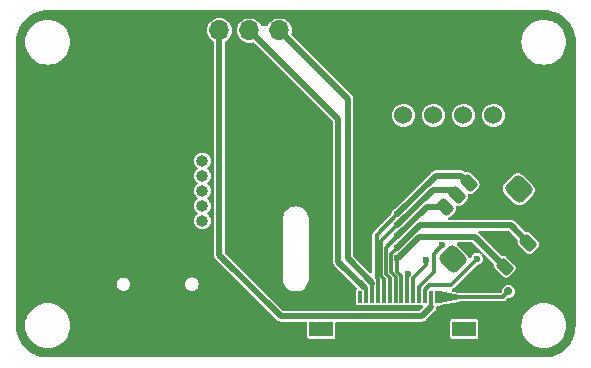
<source format=gbr>
%TF.GenerationSoftware,KiCad,Pcbnew,7.0.5*%
%TF.CreationDate,2023-07-02T21:33:01+09:00*%
%TF.ProjectId,robotrace_v2_Extended_UI,726f626f-7472-4616-9365-5f76325f4578,rev?*%
%TF.SameCoordinates,Original*%
%TF.FileFunction,Copper,L1,Top*%
%TF.FilePolarity,Positive*%
%FSLAX46Y46*%
G04 Gerber Fmt 4.6, Leading zero omitted, Abs format (unit mm)*
G04 Created by KiCad (PCBNEW 7.0.5) date 2023-07-02 21:33:01*
%MOMM*%
%LPD*%
G01*
G04 APERTURE LIST*
G04 Aperture macros list*
%AMRoundRect*
0 Rectangle with rounded corners*
0 $1 Rounding radius*
0 $2 $3 $4 $5 $6 $7 $8 $9 X,Y pos of 4 corners*
0 Add a 4 corners polygon primitive as box body*
4,1,4,$2,$3,$4,$5,$6,$7,$8,$9,$2,$3,0*
0 Add four circle primitives for the rounded corners*
1,1,$1+$1,$2,$3*
1,1,$1+$1,$4,$5*
1,1,$1+$1,$6,$7*
1,1,$1+$1,$8,$9*
0 Add four rect primitives between the rounded corners*
20,1,$1+$1,$2,$3,$4,$5,0*
20,1,$1+$1,$4,$5,$6,$7,0*
20,1,$1+$1,$6,$7,$8,$9,0*
20,1,$1+$1,$8,$9,$2,$3,0*%
G04 Aperture macros list end*
%TA.AperFunction,ComponentPad*%
%ADD10O,1.700000X1.700000*%
%TD*%
%TA.AperFunction,ComponentPad*%
%ADD11R,1.700000X1.700000*%
%TD*%
%TA.AperFunction,SMDPad,CuDef*%
%ADD12R,0.300000X1.000000*%
%TD*%
%TA.AperFunction,SMDPad,CuDef*%
%ADD13R,2.000000X1.300000*%
%TD*%
%TA.AperFunction,ComponentPad*%
%ADD14O,1.000000X2.100000*%
%TD*%
%TA.AperFunction,ComponentPad*%
%ADD15O,1.000000X1.600000*%
%TD*%
%TA.AperFunction,ComponentPad*%
%ADD16O,1.000000X1.000000*%
%TD*%
%TA.AperFunction,ComponentPad*%
%ADD17R,1.000000X1.000000*%
%TD*%
%TA.AperFunction,SMDPad,CuDef*%
%ADD18RoundRect,0.250000X-0.477297X0.123744X0.123744X-0.477297X0.477297X-0.123744X-0.123744X0.477297X0*%
%TD*%
%TA.AperFunction,SMDPad,CuDef*%
%ADD19RoundRect,0.450000X-0.707107X0.070711X0.070711X-0.707107X0.707107X-0.070711X-0.070711X0.707107X0*%
%TD*%
%TA.AperFunction,ComponentPad*%
%ADD20C,1.524000*%
%TD*%
%TA.AperFunction,ViaPad*%
%ADD21C,0.600000*%
%TD*%
%TA.AperFunction,ViaPad*%
%ADD22C,0.700000*%
%TD*%
%TA.AperFunction,Conductor*%
%ADD23C,0.300000*%
%TD*%
%TA.AperFunction,Conductor*%
%ADD24C,0.500000*%
%TD*%
G04 APERTURE END LIST*
D10*
%TO.P,J2,4,Pin_4*%
%TO.N,SDA*%
X148120000Y-93000000D03*
%TO.P,J2,3,Pin_3*%
%TO.N,SCL*%
X145580000Y-93000000D03*
%TO.P,J2,2,Pin_2*%
%TO.N,+5V*%
X143040000Y-93000000D03*
D11*
%TO.P,J2,1,Pin_1*%
%TO.N,GND*%
X140500000Y-93000000D03*
%TD*%
D12*
%TO.P,J1,1,Pin_1*%
%TO.N,GND*%
X153950000Y-115592500D03*
%TO.P,J1,2,Pin_2*%
X154450000Y-115592500D03*
%TO.P,J1,3,Pin_3*%
%TO.N,unconnected-(J1-Pin_3-Pad3)*%
X154950000Y-115592500D03*
%TO.P,J1,4,Pin_4*%
%TO.N,SCL*%
X155450000Y-115592500D03*
%TO.P,J1,5,Pin_5*%
%TO.N,SDA*%
X155950000Y-115592500D03*
%TO.P,J1,6,Pin_6*%
%TO.N,5Dir_IN1*%
X156450000Y-115592500D03*
%TO.P,J1,7,Pin_7*%
%TO.N,5Dir_IN2*%
X156950000Y-115592500D03*
%TO.P,J1,8,Pin_8*%
%TO.N,5Dir_IN3*%
X157450000Y-115592500D03*
%TO.P,J1,9,Pin_9*%
%TO.N,5Dir_IN4*%
X157950000Y-115592500D03*
%TO.P,J1,10,Pin_10*%
%TO.N,5Dir_IN5*%
X158450000Y-115592500D03*
%TO.P,J1,11,Pin_11*%
%TO.N,Rotary_IN1*%
X158950000Y-115592500D03*
%TO.P,J1,12,Pin_12*%
%TO.N,Rotary_IN2*%
X159450000Y-115592500D03*
%TO.P,J1,13,Pin_13*%
%TO.N,Rotary_IN3*%
X159950000Y-115592500D03*
%TO.P,J1,14,Pin_14*%
%TO.N,Rotary_IN4*%
X160450000Y-115592500D03*
%TO.P,J1,15,Pin_15*%
%TO.N,+5V*%
X160950000Y-115592500D03*
%TO.P,J1,16,Pin_16*%
%TO.N,+3V3*%
X161450000Y-115592500D03*
D13*
%TO.P,J1,MP*%
%TO.N,N/C*%
X151650000Y-118292500D03*
X163750000Y-118292500D03*
%TD*%
D14*
%TO.P,J3,S1,SHIELD*%
%TO.N,GND*%
X133480000Y-113995000D03*
D15*
X133480000Y-118175000D03*
D14*
X142120000Y-113995000D03*
D15*
X142120000Y-118175000D03*
%TD*%
D16*
%TO.P,J4,6,Pin_6*%
%TO.N,U5V*%
X141600000Y-104050000D03*
%TO.P,J4,5,Pin_5*%
%TO.N,SWDIO*%
X141600000Y-105320000D03*
%TO.P,J4,4,Pin_4*%
%TO.N,SWCLK*%
X141600000Y-106590000D03*
%TO.P,J4,3,Pin_3*%
%TO.N,SWO*%
X141600000Y-107860000D03*
%TO.P,J4,2,Pin_2*%
%TO.N,RESET*%
X141600000Y-109130000D03*
D17*
%TO.P,J4,1,Pin_1*%
%TO.N,GND*%
X141600000Y-110400000D03*
%TD*%
D18*
%TO.P,SW1,1,1*%
%TO.N,5Dir_IN1*%
X164137658Y-105922779D03*
%TO.P,SW1,2,2*%
%TO.N,5Dir_IN2*%
X163130030Y-106930406D03*
%TO.P,SW1,3,3*%
%TO.N,5Dir_IN3*%
X162122403Y-107938033D03*
%TO.P,SW1,4,4*%
%TO.N,5Dir_IN4*%
X169193471Y-110978592D03*
%TO.P,SW1,5,5*%
%TO.N,GND*%
X168185844Y-111986220D03*
%TO.P,SW1,6,6*%
%TO.N,5Dir_IN5*%
X167178217Y-112993847D03*
D19*
%TO.P,SW1,7*%
%TO.N,N/C*%
X168380298Y-106453109D03*
%TO.P,SW1,8*%
X162794155Y-112322095D03*
%TD*%
D20*
%TO.P,SW2,1,1*%
%TO.N,Rotary_IN4*%
X166240000Y-100192500D03*
%TO.P,SW2,2,2*%
%TO.N,Rotary_IN3*%
X163700000Y-100192500D03*
%TO.P,SW2,4,4*%
%TO.N,Rotary_IN2*%
X161160000Y-100192500D03*
%TO.P,SW2,8,8*%
%TO.N,Rotary_IN1*%
X158620000Y-100192500D03*
%TO.P,SW2,C,C*%
%TO.N,GND*%
X163700000Y-92572500D03*
%TD*%
D21*
%TO.N,Rotary_IN1*%
X159000000Y-113592500D03*
%TO.N,5Dir_IN5*%
X158100000Y-112300000D03*
%TO.N,5Dir_IN1*%
X158100000Y-108550000D03*
%TO.N,5Dir_IN2*%
X158100000Y-109500000D03*
%TO.N,Rotary_IN3*%
X161900000Y-111200000D03*
%TO.N,Rotary_IN2*%
X160500000Y-112400000D03*
D22*
%TO.N,+3V3*%
X167500000Y-115100000D03*
D21*
%TO.N,5Dir_IN3*%
X158100000Y-110450000D03*
%TO.N,5Dir_IN4*%
X158100000Y-111400000D03*
%TO.N,Rotary_IN4*%
X164846250Y-112346250D03*
%TD*%
D23*
%TO.N,Rotary_IN3*%
X159950000Y-114726814D02*
X159950000Y-115592500D01*
X161200000Y-111900000D02*
X161200000Y-113476814D01*
X161900000Y-111200000D02*
X161200000Y-111900000D01*
X161200000Y-113476814D02*
X159950000Y-114726814D01*
%TO.N,Rotary_IN4*%
X164846250Y-112346250D02*
X162600000Y-114592500D01*
X160800000Y-114592500D02*
X160450000Y-114942500D01*
X162600000Y-114592500D02*
X160800000Y-114592500D01*
X160450000Y-114942500D02*
X160450000Y-115592500D01*
%TO.N,Rotary_IN2*%
X159450000Y-113925975D02*
X159450000Y-115592500D01*
X160500000Y-112400000D02*
X160500000Y-112875975D01*
X160500000Y-112875975D02*
X159450000Y-113925975D01*
%TO.N,+3V3*%
X167007500Y-115592500D02*
X161450000Y-115592500D01*
X167500000Y-115100000D02*
X167007500Y-115592500D01*
%TO.N,Rotary_IN1*%
X159000000Y-113592500D02*
X158950000Y-113642500D01*
X158950000Y-113642500D02*
X158950000Y-115592500D01*
%TO.N,GND*%
X141900000Y-91600000D02*
X140500000Y-93000000D01*
X144300000Y-92500000D02*
X143400000Y-91600000D01*
X144300000Y-111000000D02*
X144300000Y-92500000D01*
X148892500Y-115592500D02*
X144300000Y-111000000D01*
X153950000Y-115592500D02*
X148892500Y-115592500D01*
X143400000Y-91600000D02*
X141900000Y-91600000D01*
D24*
%TO.N,SDA*%
X153900000Y-112300000D02*
X153900000Y-98780000D01*
X155950000Y-114350000D02*
X153900000Y-112300000D01*
X155950000Y-114450000D02*
X155950000Y-114350000D01*
X153900000Y-98780000D02*
X148120000Y-93000000D01*
%TO.N,SCL*%
X153100000Y-100520000D02*
X145580000Y-93000000D01*
X153100000Y-112592500D02*
X153100000Y-100520000D01*
X155353750Y-114846250D02*
X153100000Y-112592500D01*
D23*
%TO.N,SDA*%
X155950000Y-115592500D02*
X155950000Y-114450000D01*
%TO.N,SCL*%
X155450000Y-114942500D02*
X155450000Y-115592500D01*
X155353750Y-114846250D02*
X155450000Y-114942500D01*
D24*
%TO.N,GND*%
X143595635Y-91800000D02*
X143566346Y-91829289D01*
X162927500Y-91800000D02*
X143595635Y-91800000D01*
X163700000Y-92572500D02*
X162927500Y-91800000D01*
D23*
X140500000Y-109300000D02*
X140500000Y-93000000D01*
X141600000Y-110400000D02*
X140500000Y-109300000D01*
D24*
%TO.N,+5V*%
X160192500Y-117200000D02*
X160950000Y-116442500D01*
X148207500Y-117200000D02*
X160192500Y-117200000D01*
X143040000Y-93000000D02*
X143040000Y-112032500D01*
X143040000Y-112032500D02*
X148207500Y-117200000D01*
%TO.N,5Dir_IN1*%
X163514879Y-105300000D02*
X164137658Y-105922779D01*
X161350000Y-105300000D02*
X163514879Y-105300000D01*
X158100000Y-108550000D02*
X161350000Y-105300000D01*
D23*
X156450000Y-114088719D02*
X156450000Y-115592500D01*
X156346000Y-113984717D02*
X156450000Y-114088719D01*
X158100000Y-108550000D02*
X156346000Y-110304000D01*
X156346000Y-110304000D02*
X156346000Y-113984717D01*
D24*
%TO.N,5Dir_IN2*%
X162699624Y-106500000D02*
X163130030Y-106930406D01*
X161100000Y-106500000D02*
X162699624Y-106500000D01*
X158100000Y-109500000D02*
X161100000Y-106500000D01*
D23*
X156950000Y-114023033D02*
X156950000Y-115592500D01*
X156746000Y-113819032D02*
X156950000Y-114023033D01*
X156746000Y-110854000D02*
X156746000Y-113819032D01*
X158100000Y-109500000D02*
X156746000Y-110854000D01*
D24*
%TO.N,5Dir_IN3*%
X160611967Y-107938033D02*
X162122403Y-107938033D01*
X158100000Y-110450000D02*
X160611967Y-107938033D01*
D23*
X157450000Y-113957347D02*
X157450000Y-115592500D01*
X157146000Y-113653347D02*
X157450000Y-113957347D01*
X157146000Y-111404000D02*
X157146000Y-113653347D01*
X158100000Y-110450000D02*
X157146000Y-111404000D01*
D24*
%TO.N,5Dir_IN4*%
X167714879Y-109500000D02*
X169193471Y-110978592D01*
X160000000Y-109500000D02*
X167714879Y-109500000D01*
X158100000Y-111400000D02*
X160000000Y-109500000D01*
%TO.N,5Dir_IN5*%
X159924896Y-110500000D02*
X164684370Y-110500000D01*
X158124896Y-112300000D02*
X159924896Y-110500000D01*
X158100000Y-112300000D02*
X158124896Y-112300000D01*
X164684370Y-110500000D02*
X167178217Y-112993847D01*
D23*
%TO.N,5Dir_IN4*%
X157950000Y-113891661D02*
X157950000Y-115592500D01*
X157546000Y-113487661D02*
X157950000Y-113891661D01*
X157546000Y-111954000D02*
X157546000Y-113487661D01*
X158100000Y-111400000D02*
X157546000Y-111954000D01*
%TO.N,5Dir_IN5*%
X158100000Y-112300000D02*
X158100000Y-113475975D01*
X158100000Y-113475975D02*
X158450000Y-113825975D01*
X158450000Y-113825975D02*
X158450000Y-115592500D01*
%TO.N,+5V*%
X160950000Y-115592500D02*
X160950000Y-116442500D01*
D24*
%TO.N,GND*%
X168799624Y-112600000D02*
X168185844Y-111986220D01*
X169900000Y-112600000D02*
X168799624Y-112600000D01*
X171100000Y-111400000D02*
X169900000Y-112600000D01*
X171100000Y-99972500D02*
X171100000Y-111400000D01*
X163700000Y-92572500D02*
X171100000Y-99972500D01*
D23*
X168185844Y-111986220D02*
X168186220Y-111986220D01*
X153950000Y-115592500D02*
X154450000Y-115592500D01*
%TD*%
%TA.AperFunction,Conductor*%
%TO.N,GND*%
G36*
X170531407Y-91293098D02*
G01*
X170662979Y-91300486D01*
X170798965Y-91308123D01*
X170805858Y-91308899D01*
X171097633Y-91358474D01*
X171104408Y-91360021D01*
X171388798Y-91441951D01*
X171395359Y-91444248D01*
X171453962Y-91468522D01*
X171668782Y-91557504D01*
X171675032Y-91560514D01*
X171934071Y-91703679D01*
X171939933Y-91707362D01*
X172181315Y-91878632D01*
X172186737Y-91882956D01*
X172255512Y-91944417D01*
X172407414Y-92080165D01*
X172412334Y-92085085D01*
X172609540Y-92305758D01*
X172613869Y-92311187D01*
X172785134Y-92552562D01*
X172788823Y-92558433D01*
X172926802Y-92808088D01*
X172931981Y-92817459D01*
X172935000Y-92823728D01*
X173048251Y-93097140D01*
X173050550Y-93103708D01*
X173132477Y-93388086D01*
X173134025Y-93394869D01*
X173183598Y-93686629D01*
X173184377Y-93693544D01*
X173199402Y-93961097D01*
X173199500Y-93964574D01*
X173199500Y-117990758D01*
X173199402Y-117994235D01*
X173182721Y-118291270D01*
X173181942Y-118298184D01*
X173132401Y-118589757D01*
X173130853Y-118596541D01*
X173048976Y-118880742D01*
X173046677Y-118887309D01*
X172933499Y-119160548D01*
X172930480Y-119166817D01*
X172787417Y-119425670D01*
X172783715Y-119431562D01*
X172612570Y-119672768D01*
X172608232Y-119678208D01*
X172411156Y-119898736D01*
X172406236Y-119903656D01*
X172185708Y-120100732D01*
X172180268Y-120105070D01*
X171939062Y-120276215D01*
X171933170Y-120279917D01*
X171674317Y-120422980D01*
X171668048Y-120425999D01*
X171394809Y-120539177D01*
X171388242Y-120541476D01*
X171104041Y-120623353D01*
X171097257Y-120624901D01*
X170805684Y-120674442D01*
X170798770Y-120675221D01*
X170501735Y-120691902D01*
X170498258Y-120692000D01*
X128501742Y-120692000D01*
X128498265Y-120691902D01*
X128201229Y-120675221D01*
X128194315Y-120674442D01*
X127902742Y-120624901D01*
X127895958Y-120623353D01*
X127611757Y-120541476D01*
X127605190Y-120539177D01*
X127370282Y-120441876D01*
X127331947Y-120425997D01*
X127325682Y-120422980D01*
X127066829Y-120279917D01*
X127060937Y-120276215D01*
X126819731Y-120105070D01*
X126814291Y-120100732D01*
X126593763Y-119903656D01*
X126588843Y-119898736D01*
X126391767Y-119678208D01*
X126387429Y-119672768D01*
X126216284Y-119431562D01*
X126212582Y-119425670D01*
X126110100Y-119240242D01*
X126069515Y-119166809D01*
X126066505Y-119160560D01*
X125984362Y-118962248D01*
X125953322Y-118887309D01*
X125951023Y-118880742D01*
X125869146Y-118596541D01*
X125867598Y-118589757D01*
X125841636Y-118436955D01*
X125818055Y-118298170D01*
X125817279Y-118291282D01*
X125800596Y-117994219D01*
X125800548Y-117992501D01*
X126594645Y-117992501D01*
X126614039Y-118263660D01*
X126614040Y-118263667D01*
X126667522Y-118509520D01*
X126671825Y-118529301D01*
X126713953Y-118642250D01*
X126766830Y-118784019D01*
X126897109Y-119022607D01*
X126897110Y-119022608D01*
X126897113Y-119022613D01*
X127060029Y-119240242D01*
X127060033Y-119240246D01*
X127060038Y-119240252D01*
X127252247Y-119432461D01*
X127252253Y-119432466D01*
X127252258Y-119432471D01*
X127469887Y-119595387D01*
X127469891Y-119595389D01*
X127469892Y-119595390D01*
X127708481Y-119725669D01*
X127708480Y-119725669D01*
X127708484Y-119725670D01*
X127708487Y-119725672D01*
X127963199Y-119820675D01*
X128228840Y-119878461D01*
X128480604Y-119896467D01*
X128499999Y-119897855D01*
X128500000Y-119897855D01*
X128500001Y-119897855D01*
X128518100Y-119896560D01*
X128771160Y-119878461D01*
X129036801Y-119820675D01*
X129291513Y-119725672D01*
X129291517Y-119725669D01*
X129291519Y-119725669D01*
X129410812Y-119660529D01*
X129530113Y-119595387D01*
X129747742Y-119432471D01*
X129939971Y-119240242D01*
X130102887Y-119022613D01*
X130198285Y-118847904D01*
X130233169Y-118784019D01*
X130233169Y-118784017D01*
X130233172Y-118784013D01*
X130328175Y-118529301D01*
X130385961Y-118263660D01*
X130405355Y-117992500D01*
X130405230Y-117990758D01*
X130401951Y-117944902D01*
X130385961Y-117721340D01*
X130328175Y-117455699D01*
X130233172Y-117200987D01*
X130233170Y-117200984D01*
X130233169Y-117200980D01*
X130102890Y-116962392D01*
X130102889Y-116962391D01*
X130102887Y-116962387D01*
X129939971Y-116744758D01*
X129939966Y-116744753D01*
X129939961Y-116744747D01*
X129747752Y-116552538D01*
X129747746Y-116552533D01*
X129747742Y-116552529D01*
X129530113Y-116389613D01*
X129530108Y-116389610D01*
X129530107Y-116389609D01*
X129291518Y-116259330D01*
X129291519Y-116259330D01*
X129231789Y-116237052D01*
X129036801Y-116164325D01*
X129036794Y-116164323D01*
X129036793Y-116164323D01*
X128771167Y-116106540D01*
X128771160Y-116106539D01*
X128500001Y-116087145D01*
X128499999Y-116087145D01*
X128228839Y-116106539D01*
X128228832Y-116106540D01*
X127963206Y-116164323D01*
X127963202Y-116164324D01*
X127963199Y-116164325D01*
X127835842Y-116211826D01*
X127708480Y-116259330D01*
X127469892Y-116389609D01*
X127469891Y-116389610D01*
X127252259Y-116552528D01*
X127252247Y-116552538D01*
X127060038Y-116744747D01*
X127060028Y-116744759D01*
X126897110Y-116962391D01*
X126897109Y-116962392D01*
X126766830Y-117200980D01*
X126719326Y-117328343D01*
X126671825Y-117455699D01*
X126671824Y-117455702D01*
X126671823Y-117455706D01*
X126614040Y-117721332D01*
X126614039Y-117721339D01*
X126594645Y-117992498D01*
X126594645Y-117992501D01*
X125800548Y-117992501D01*
X125800500Y-117990791D01*
X125800500Y-117944905D01*
X125800500Y-114495001D01*
X134325500Y-114495001D01*
X134345415Y-114646278D01*
X134345416Y-114646280D01*
X134403806Y-114787247D01*
X134403807Y-114787249D01*
X134403808Y-114787250D01*
X134496696Y-114908304D01*
X134617750Y-115001192D01*
X134617751Y-115001192D01*
X134617752Y-115001193D01*
X134649323Y-115014270D01*
X134758720Y-115059584D01*
X134815369Y-115067041D01*
X134872019Y-115074500D01*
X134872020Y-115074500D01*
X134947981Y-115074500D01*
X134985746Y-115069528D01*
X135061280Y-115059584D01*
X135202250Y-115001192D01*
X135323304Y-114908304D01*
X135416192Y-114787250D01*
X135474584Y-114646280D01*
X135494500Y-114495001D01*
X140105500Y-114495001D01*
X140125415Y-114646278D01*
X140125416Y-114646280D01*
X140183806Y-114787247D01*
X140183807Y-114787249D01*
X140183808Y-114787250D01*
X140276696Y-114908304D01*
X140397750Y-115001192D01*
X140397751Y-115001192D01*
X140397752Y-115001193D01*
X140429323Y-115014270D01*
X140538720Y-115059584D01*
X140595369Y-115067041D01*
X140652019Y-115074500D01*
X140652020Y-115074500D01*
X140727981Y-115074500D01*
X140765746Y-115069528D01*
X140841280Y-115059584D01*
X140982250Y-115001192D01*
X141103304Y-114908304D01*
X141196192Y-114787250D01*
X141254584Y-114646280D01*
X141274500Y-114495000D01*
X141266282Y-114432580D01*
X141254584Y-114343721D01*
X141254584Y-114343720D01*
X141196192Y-114202750D01*
X141103304Y-114081696D01*
X140982250Y-113988808D01*
X140982249Y-113988807D01*
X140982247Y-113988806D01*
X140841280Y-113930416D01*
X140841278Y-113930415D01*
X140727981Y-113915500D01*
X140727980Y-113915500D01*
X140652020Y-113915500D01*
X140652019Y-113915500D01*
X140538721Y-113930415D01*
X140538719Y-113930416D01*
X140397752Y-113988806D01*
X140276696Y-114081696D01*
X140183806Y-114202752D01*
X140125416Y-114343719D01*
X140125415Y-114343721D01*
X140105500Y-114494998D01*
X140105500Y-114495001D01*
X135494500Y-114495001D01*
X135494500Y-114495000D01*
X135486282Y-114432580D01*
X135474584Y-114343721D01*
X135474584Y-114343720D01*
X135416192Y-114202750D01*
X135323304Y-114081696D01*
X135202250Y-113988808D01*
X135202249Y-113988807D01*
X135202247Y-113988806D01*
X135061280Y-113930416D01*
X135061278Y-113930415D01*
X134947981Y-113915500D01*
X134947980Y-113915500D01*
X134872020Y-113915500D01*
X134872019Y-113915500D01*
X134758721Y-113930415D01*
X134758719Y-113930416D01*
X134617752Y-113988806D01*
X134496696Y-114081696D01*
X134403806Y-114202752D01*
X134345416Y-114343719D01*
X134345415Y-114343721D01*
X134325500Y-114494998D01*
X134325500Y-114495001D01*
X125800500Y-114495001D01*
X125800500Y-109130000D01*
X140894355Y-109130000D01*
X140914859Y-109298869D01*
X140914860Y-109298874D01*
X140975182Y-109457931D01*
X141037475Y-109548177D01*
X141071817Y-109597929D01*
X141177505Y-109691560D01*
X141199150Y-109710736D01*
X141349773Y-109789789D01*
X141349775Y-109789790D01*
X141514944Y-109830500D01*
X141685056Y-109830500D01*
X141850225Y-109789790D01*
X141929692Y-109748081D01*
X142000849Y-109710736D01*
X142000850Y-109710734D01*
X142000852Y-109710734D01*
X142128183Y-109597929D01*
X142224818Y-109457930D01*
X142285140Y-109298872D01*
X142305645Y-109130000D01*
X142285140Y-108961128D01*
X142224818Y-108802070D01*
X142204237Y-108772254D01*
X142152666Y-108697541D01*
X142128183Y-108662071D01*
X142044363Y-108587813D01*
X142007238Y-108528626D01*
X142008006Y-108458761D01*
X142044363Y-108402186D01*
X142128183Y-108327929D01*
X142224818Y-108187930D01*
X142285140Y-108028872D01*
X142305645Y-107860000D01*
X142285140Y-107691128D01*
X142284964Y-107690665D01*
X142224817Y-107532068D01*
X142144040Y-107415044D01*
X142128183Y-107392071D01*
X142044363Y-107317813D01*
X142007238Y-107258626D01*
X142008006Y-107188761D01*
X142044363Y-107132186D01*
X142128183Y-107057929D01*
X142224818Y-106917930D01*
X142285140Y-106758872D01*
X142305645Y-106590000D01*
X142285140Y-106421128D01*
X142224818Y-106262070D01*
X142128183Y-106122071D01*
X142044363Y-106047813D01*
X142007238Y-105988626D01*
X142008006Y-105918761D01*
X142044363Y-105862186D01*
X142128183Y-105787929D01*
X142224818Y-105647930D01*
X142285140Y-105488872D01*
X142305645Y-105320000D01*
X142285140Y-105151128D01*
X142224818Y-104992070D01*
X142223315Y-104989893D01*
X142177538Y-104923574D01*
X142128183Y-104852071D01*
X142044363Y-104777813D01*
X142007238Y-104718626D01*
X142008006Y-104648761D01*
X142044363Y-104592186D01*
X142128183Y-104517929D01*
X142224818Y-104377930D01*
X142285140Y-104218872D01*
X142305645Y-104050000D01*
X142285140Y-103881128D01*
X142224818Y-103722070D01*
X142128183Y-103582071D01*
X142000852Y-103469266D01*
X142000849Y-103469263D01*
X141850226Y-103390210D01*
X141685056Y-103349500D01*
X141514944Y-103349500D01*
X141349773Y-103390210D01*
X141199150Y-103469263D01*
X141071816Y-103582072D01*
X140975182Y-103722068D01*
X140914860Y-103881125D01*
X140914859Y-103881130D01*
X140894355Y-104049999D01*
X140914859Y-104218869D01*
X140914860Y-104218874D01*
X140975182Y-104377931D01*
X141071818Y-104517930D01*
X141155634Y-104592185D01*
X141192761Y-104651374D01*
X141191993Y-104721240D01*
X141155634Y-104777815D01*
X141071818Y-104852069D01*
X140975182Y-104992068D01*
X140914860Y-105151125D01*
X140914859Y-105151130D01*
X140894355Y-105320000D01*
X140914859Y-105488869D01*
X140914860Y-105488874D01*
X140975182Y-105647931D01*
X141071818Y-105787930D01*
X141155634Y-105862185D01*
X141192761Y-105921374D01*
X141191993Y-105991240D01*
X141155634Y-106047815D01*
X141071818Y-106122069D01*
X140975182Y-106262068D01*
X140914860Y-106421125D01*
X140914859Y-106421130D01*
X140894355Y-106589999D01*
X140914859Y-106758869D01*
X140914860Y-106758874D01*
X140975182Y-106917931D01*
X141011251Y-106970185D01*
X141047699Y-107022989D01*
X141071818Y-107057930D01*
X141155634Y-107132185D01*
X141192761Y-107191374D01*
X141191993Y-107261240D01*
X141155634Y-107317815D01*
X141071818Y-107392069D01*
X140975182Y-107532068D01*
X140914860Y-107691125D01*
X140914859Y-107691130D01*
X140894355Y-107859999D01*
X140914859Y-108028869D01*
X140914860Y-108028874D01*
X140975182Y-108187931D01*
X141071818Y-108327930D01*
X141155634Y-108402185D01*
X141192761Y-108461374D01*
X141191993Y-108531240D01*
X141155634Y-108587815D01*
X141071818Y-108662069D01*
X140975182Y-108802068D01*
X140914860Y-108961125D01*
X140914859Y-108961130D01*
X140894355Y-109130000D01*
X125800500Y-109130000D01*
X125800500Y-93992501D01*
X126592979Y-93992501D01*
X126612373Y-94263660D01*
X126612374Y-94263667D01*
X126670157Y-94529293D01*
X126670159Y-94529301D01*
X126712287Y-94642250D01*
X126765164Y-94784019D01*
X126895443Y-95022607D01*
X126895444Y-95022608D01*
X126895447Y-95022613D01*
X127058363Y-95240242D01*
X127058367Y-95240246D01*
X127058372Y-95240252D01*
X127250581Y-95432461D01*
X127250587Y-95432466D01*
X127250592Y-95432471D01*
X127468221Y-95595387D01*
X127468225Y-95595389D01*
X127468226Y-95595390D01*
X127706815Y-95725669D01*
X127706814Y-95725669D01*
X127706818Y-95725670D01*
X127706821Y-95725672D01*
X127961533Y-95820675D01*
X128227174Y-95878461D01*
X128478939Y-95896467D01*
X128498333Y-95897855D01*
X128498334Y-95897855D01*
X128498335Y-95897855D01*
X128516434Y-95896560D01*
X128769494Y-95878461D01*
X129035135Y-95820675D01*
X129289847Y-95725672D01*
X129289851Y-95725669D01*
X129289853Y-95725669D01*
X129409147Y-95660529D01*
X129528447Y-95595387D01*
X129746076Y-95432471D01*
X129938305Y-95240242D01*
X130101221Y-95022613D01*
X130166363Y-94903312D01*
X130231503Y-94784019D01*
X130231503Y-94784017D01*
X130231506Y-94784013D01*
X130326509Y-94529301D01*
X130384295Y-94263660D01*
X130403689Y-93992500D01*
X130384295Y-93721340D01*
X130326509Y-93455699D01*
X130231506Y-93200987D01*
X130231504Y-93200984D01*
X130231503Y-93200980D01*
X130121759Y-92999999D01*
X141984417Y-92999999D01*
X142004699Y-93205932D01*
X142004700Y-93205934D01*
X142064768Y-93403954D01*
X142162315Y-93586450D01*
X142162317Y-93586452D01*
X142293589Y-93746410D01*
X142382579Y-93819441D01*
X142453546Y-93877682D01*
X142453549Y-93877684D01*
X142453551Y-93877686D01*
X142480242Y-93891952D01*
X142523953Y-93915316D01*
X142573797Y-93964277D01*
X142589500Y-94024674D01*
X142589500Y-112003717D01*
X142589110Y-112010655D01*
X142588299Y-112017857D01*
X142584729Y-112049536D01*
X142595571Y-112106835D01*
X142595959Y-112109119D01*
X142604652Y-112166791D01*
X142607162Y-112174927D01*
X142609976Y-112182970D01*
X142637229Y-112234536D01*
X142638274Y-112236605D01*
X142663574Y-112289142D01*
X142668362Y-112296165D01*
X142673431Y-112303032D01*
X142673434Y-112303038D01*
X142673438Y-112303042D01*
X142714667Y-112344271D01*
X142716276Y-112345941D01*
X142755947Y-112388696D01*
X142763210Y-112394488D01*
X142762689Y-112395141D01*
X142774930Y-112404534D01*
X147868590Y-117498193D01*
X147873226Y-117503380D01*
X147897621Y-117533970D01*
X147897623Y-117533972D01*
X147945821Y-117566833D01*
X147947712Y-117568175D01*
X147994618Y-117602793D01*
X148002154Y-117606776D01*
X148009819Y-117610467D01*
X148009827Y-117610472D01*
X148036621Y-117618736D01*
X148065589Y-117627672D01*
X148067784Y-117628394D01*
X148122801Y-117647646D01*
X148122805Y-117647646D01*
X148131198Y-117649234D01*
X148139595Y-117650500D01*
X148139598Y-117650500D01*
X148197905Y-117650500D01*
X148200192Y-117650542D01*
X148255092Y-117652597D01*
X148258509Y-117652725D01*
X148258509Y-117652724D01*
X148258510Y-117652725D01*
X148258510Y-117652724D01*
X148267742Y-117651685D01*
X148267835Y-117652513D01*
X148283139Y-117650500D01*
X150325500Y-117650500D01*
X150392539Y-117670185D01*
X150438294Y-117722989D01*
X150449500Y-117774500D01*
X150449500Y-118962252D01*
X150461131Y-119020729D01*
X150461132Y-119020730D01*
X150505447Y-119087052D01*
X150571769Y-119131367D01*
X150571770Y-119131368D01*
X150630247Y-119142999D01*
X150630250Y-119143000D01*
X150630252Y-119143000D01*
X152669750Y-119143000D01*
X152669751Y-119142999D01*
X152684568Y-119140052D01*
X152728229Y-119131368D01*
X152728229Y-119131367D01*
X152728231Y-119131367D01*
X152794552Y-119087052D01*
X152838867Y-119020731D01*
X152838867Y-119020729D01*
X152838868Y-119020729D01*
X152850499Y-118962252D01*
X162549500Y-118962252D01*
X162561131Y-119020729D01*
X162561132Y-119020730D01*
X162605447Y-119087052D01*
X162671769Y-119131367D01*
X162671770Y-119131368D01*
X162730247Y-119142999D01*
X162730250Y-119143000D01*
X162730252Y-119143000D01*
X164769750Y-119143000D01*
X164769751Y-119142999D01*
X164784568Y-119140052D01*
X164828229Y-119131368D01*
X164828229Y-119131367D01*
X164828231Y-119131367D01*
X164894552Y-119087052D01*
X164938867Y-119020731D01*
X164938867Y-119020729D01*
X164938868Y-119020729D01*
X164950499Y-118962252D01*
X164950500Y-118962250D01*
X164950500Y-117992501D01*
X168594645Y-117992501D01*
X168614039Y-118263660D01*
X168614040Y-118263667D01*
X168667522Y-118509520D01*
X168671825Y-118529301D01*
X168713953Y-118642250D01*
X168766830Y-118784019D01*
X168897109Y-119022607D01*
X168897110Y-119022608D01*
X168897113Y-119022613D01*
X169060029Y-119240242D01*
X169060033Y-119240246D01*
X169060038Y-119240252D01*
X169252247Y-119432461D01*
X169252253Y-119432466D01*
X169252258Y-119432471D01*
X169469887Y-119595387D01*
X169469891Y-119595389D01*
X169469892Y-119595390D01*
X169708481Y-119725669D01*
X169708480Y-119725669D01*
X169708484Y-119725670D01*
X169708487Y-119725672D01*
X169963199Y-119820675D01*
X170228840Y-119878461D01*
X170480604Y-119896467D01*
X170499999Y-119897855D01*
X170500000Y-119897855D01*
X170500001Y-119897855D01*
X170518100Y-119896560D01*
X170771160Y-119878461D01*
X171036801Y-119820675D01*
X171291513Y-119725672D01*
X171291517Y-119725669D01*
X171291519Y-119725669D01*
X171410813Y-119660529D01*
X171530113Y-119595387D01*
X171747742Y-119432471D01*
X171939971Y-119240242D01*
X172102887Y-119022613D01*
X172198285Y-118847904D01*
X172233169Y-118784019D01*
X172233169Y-118784017D01*
X172233172Y-118784013D01*
X172328175Y-118529301D01*
X172385961Y-118263660D01*
X172405355Y-117992500D01*
X172405230Y-117990758D01*
X172401951Y-117944902D01*
X172385961Y-117721340D01*
X172328175Y-117455699D01*
X172233172Y-117200987D01*
X172233170Y-117200984D01*
X172233169Y-117200980D01*
X172102890Y-116962392D01*
X172102889Y-116962391D01*
X172102887Y-116962387D01*
X171939971Y-116744758D01*
X171939966Y-116744753D01*
X171939961Y-116744747D01*
X171747752Y-116552538D01*
X171747746Y-116552533D01*
X171747742Y-116552529D01*
X171530113Y-116389613D01*
X171530108Y-116389610D01*
X171530107Y-116389609D01*
X171291518Y-116259330D01*
X171291519Y-116259330D01*
X171231789Y-116237052D01*
X171036801Y-116164325D01*
X171036794Y-116164323D01*
X171036793Y-116164323D01*
X170771167Y-116106540D01*
X170771160Y-116106539D01*
X170500001Y-116087145D01*
X170499999Y-116087145D01*
X170228839Y-116106539D01*
X170228832Y-116106540D01*
X169963206Y-116164323D01*
X169963202Y-116164324D01*
X169963199Y-116164325D01*
X169835843Y-116211826D01*
X169708480Y-116259330D01*
X169469892Y-116389609D01*
X169469891Y-116389610D01*
X169252259Y-116552528D01*
X169252247Y-116552538D01*
X169060038Y-116744747D01*
X169060028Y-116744759D01*
X168897110Y-116962391D01*
X168897109Y-116962392D01*
X168766830Y-117200980D01*
X168719326Y-117328343D01*
X168671825Y-117455699D01*
X168671824Y-117455702D01*
X168671823Y-117455706D01*
X168614040Y-117721332D01*
X168614039Y-117721339D01*
X168594645Y-117992498D01*
X168594645Y-117992501D01*
X164950500Y-117992501D01*
X164950500Y-117622749D01*
X164950499Y-117622747D01*
X164938868Y-117564270D01*
X164938867Y-117564269D01*
X164894552Y-117497947D01*
X164828230Y-117453632D01*
X164828229Y-117453631D01*
X164769752Y-117442000D01*
X164769748Y-117442000D01*
X162730252Y-117442000D01*
X162730247Y-117442000D01*
X162671770Y-117453631D01*
X162671769Y-117453632D01*
X162605447Y-117497947D01*
X162561132Y-117564269D01*
X162561131Y-117564270D01*
X162549500Y-117622747D01*
X162549500Y-118962252D01*
X152850499Y-118962252D01*
X152850500Y-118962250D01*
X152850500Y-117774500D01*
X152870185Y-117707461D01*
X152922989Y-117661706D01*
X152974500Y-117650500D01*
X160163717Y-117650500D01*
X160170655Y-117650889D01*
X160202550Y-117654483D01*
X160209534Y-117655270D01*
X160209534Y-117655269D01*
X160209535Y-117655270D01*
X160266882Y-117644418D01*
X160269077Y-117644045D01*
X160326787Y-117635348D01*
X160326791Y-117635345D01*
X160334947Y-117632830D01*
X160342969Y-117630024D01*
X160342970Y-117630023D01*
X160342972Y-117630023D01*
X160394623Y-117602723D01*
X160396538Y-117601756D01*
X160449142Y-117576425D01*
X160449143Y-117576423D01*
X160449145Y-117576423D01*
X160456195Y-117571616D01*
X160463037Y-117566567D01*
X160465335Y-117564269D01*
X160504321Y-117525281D01*
X160505920Y-117523741D01*
X160548694Y-117484055D01*
X160548696Y-117484050D01*
X160554487Y-117476790D01*
X160555143Y-117477313D01*
X160564532Y-117465070D01*
X161292425Y-116737178D01*
X161352793Y-116655382D01*
X161397646Y-116527199D01*
X161401757Y-116417363D01*
X161423935Y-116351106D01*
X161478413Y-116307358D01*
X161525670Y-116298000D01*
X161692485Y-116298000D01*
X161696320Y-116297801D01*
X161703047Y-116297455D01*
X161738935Y-116293746D01*
X161738938Y-116293745D01*
X161738943Y-116293745D01*
X161738957Y-116293743D01*
X161749352Y-116292125D01*
X161749375Y-116292120D01*
X161749393Y-116292118D01*
X163348983Y-115957916D01*
X163360026Y-115954960D01*
X163377614Y-115949185D01*
X163416291Y-115943000D01*
X166958289Y-115943000D01*
X166983734Y-115945638D01*
X166992815Y-115947543D01*
X167008505Y-115945587D01*
X167025439Y-115943477D01*
X167033115Y-115943000D01*
X167036535Y-115943000D01*
X167036540Y-115943000D01*
X167045803Y-115941454D01*
X167056778Y-115939623D01*
X167059311Y-115939253D01*
X167108893Y-115933073D01*
X167108899Y-115933069D01*
X167115951Y-115930970D01*
X167122877Y-115928592D01*
X167122881Y-115928592D01*
X167151766Y-115912959D01*
X167166829Y-115904808D01*
X167169090Y-115903643D01*
X167213984Y-115881698D01*
X167213987Y-115881694D01*
X167219953Y-115877435D01*
X167225754Y-115872919D01*
X167225758Y-115872918D01*
X167259601Y-115836153D01*
X167261326Y-115834354D01*
X167404123Y-115691557D01*
X167465444Y-115658074D01*
X167491871Y-115657144D01*
X167491871Y-115655250D01*
X167500000Y-115655250D01*
X167643709Y-115636330D01*
X167777625Y-115580861D01*
X167892621Y-115492621D01*
X167980861Y-115377625D01*
X168036330Y-115243709D01*
X168055250Y-115100000D01*
X168036330Y-114956291D01*
X167980861Y-114822375D01*
X167892621Y-114707379D01*
X167777625Y-114619139D01*
X167777624Y-114619138D01*
X167777622Y-114619137D01*
X167643712Y-114563671D01*
X167643710Y-114563670D01*
X167643709Y-114563670D01*
X167571854Y-114554210D01*
X167500001Y-114544750D01*
X167499999Y-114544750D01*
X167356291Y-114563670D01*
X167356287Y-114563671D01*
X167222377Y-114619137D01*
X167107379Y-114707379D01*
X167019137Y-114822377D01*
X166963671Y-114956287D01*
X166963670Y-114956291D01*
X166944750Y-115100000D01*
X166944750Y-115108128D01*
X166941420Y-115108128D01*
X166932286Y-115162394D01*
X166908448Y-115195867D01*
X166898645Y-115205672D01*
X166837325Y-115239164D01*
X166810955Y-115242000D01*
X163352019Y-115242000D01*
X163325417Y-115239113D01*
X162810290Y-115125969D01*
X162749035Y-115092361D01*
X162715673Y-115030970D01*
X162720798Y-114961289D01*
X162762781Y-114905440D01*
X162782431Y-114893455D01*
X162806484Y-114881698D01*
X162806487Y-114881694D01*
X162812453Y-114877435D01*
X162818254Y-114872919D01*
X162818258Y-114872918D01*
X162852101Y-114836153D01*
X162853826Y-114834354D01*
X164805112Y-112883069D01*
X164866436Y-112849584D01*
X164892794Y-112846750D01*
X164918212Y-112846750D01*
X164918212Y-112846749D01*
X165056303Y-112806203D01*
X165177378Y-112728393D01*
X165271627Y-112619623D01*
X165331415Y-112488707D01*
X165351897Y-112346250D01*
X165331415Y-112203793D01*
X165271627Y-112072877D01*
X165271625Y-112072875D01*
X165268389Y-112067838D01*
X165248706Y-112000799D01*
X165265782Y-111942648D01*
X165217662Y-111960596D01*
X165149389Y-111945744D01*
X165141777Y-111941227D01*
X165056305Y-111886297D01*
X165056300Y-111886295D01*
X164918213Y-111845750D01*
X164918211Y-111845750D01*
X164774289Y-111845750D01*
X164774286Y-111845750D01*
X164636199Y-111886295D01*
X164515123Y-111964106D01*
X164420873Y-112072876D01*
X164420872Y-112072878D01*
X164357401Y-112211860D01*
X164355617Y-112211045D01*
X164323983Y-112260261D01*
X164260425Y-112289280D01*
X164191267Y-112279331D01*
X164138467Y-112233572D01*
X164122684Y-112197379D01*
X164110887Y-112151435D01*
X164031711Y-112007414D01*
X164031709Y-112007411D01*
X164007690Y-111979287D01*
X163190584Y-111162181D01*
X163157099Y-111100858D01*
X163162083Y-111031166D01*
X163203955Y-110975233D01*
X163269419Y-110950816D01*
X163278265Y-110950500D01*
X164446404Y-110950500D01*
X164513443Y-110970185D01*
X164534085Y-110986819D01*
X165296497Y-111749231D01*
X165329982Y-111810554D01*
X165324998Y-111880246D01*
X165315481Y-111892958D01*
X165321197Y-111888006D01*
X165390355Y-111878063D01*
X165453911Y-111907090D01*
X165460387Y-111913120D01*
X166223601Y-112676334D01*
X166257086Y-112737657D01*
X166258535Y-112782496D01*
X166246711Y-112860948D01*
X166245331Y-112870103D01*
X166262394Y-112983303D01*
X166265572Y-113004390D01*
X166324494Y-113126745D01*
X166324495Y-113126746D01*
X166343996Y-113150283D01*
X167021781Y-113828068D01*
X167045318Y-113847569D01*
X167167673Y-113906492D01*
X167301961Y-113926733D01*
X167436248Y-113906492D01*
X167558603Y-113847569D01*
X167582140Y-113828068D01*
X168012438Y-113397770D01*
X168031939Y-113374233D01*
X168090862Y-113251878D01*
X168111103Y-113117591D01*
X168090862Y-112983303D01*
X168031939Y-112860948D01*
X168012438Y-112837411D01*
X167334653Y-112159626D01*
X167311116Y-112140125D01*
X167311115Y-112140124D01*
X167244364Y-112107979D01*
X167188761Y-112081202D01*
X167054473Y-112060961D01*
X167054472Y-112060961D01*
X166966866Y-112074165D01*
X166897641Y-112064692D01*
X166860704Y-112039231D01*
X165023278Y-110201805D01*
X165018641Y-110196617D01*
X165017997Y-110195809D01*
X164994249Y-110166030D01*
X164994247Y-110166029D01*
X164994246Y-110166027D01*
X164993566Y-110165396D01*
X164993043Y-110164519D01*
X164988455Y-110158765D01*
X164989242Y-110158136D01*
X164957813Y-110105366D01*
X164960190Y-110035537D01*
X164999943Y-109978078D01*
X165064449Y-109951233D01*
X165077910Y-109950500D01*
X167476913Y-109950500D01*
X167543952Y-109970185D01*
X167564594Y-109986819D01*
X168238855Y-110661080D01*
X168272340Y-110722403D01*
X168273789Y-110767242D01*
X168261965Y-110845693D01*
X168260585Y-110854848D01*
X168278731Y-110975233D01*
X168280826Y-110989135D01*
X168339748Y-111111490D01*
X168339749Y-111111491D01*
X168359250Y-111135028D01*
X169037035Y-111812813D01*
X169060572Y-111832314D01*
X169182927Y-111891237D01*
X169317215Y-111911478D01*
X169451502Y-111891237D01*
X169573857Y-111832314D01*
X169597394Y-111812813D01*
X170027692Y-111382515D01*
X170047193Y-111358978D01*
X170106116Y-111236623D01*
X170126357Y-111102336D01*
X170106116Y-110968048D01*
X170047193Y-110845693D01*
X170027692Y-110822156D01*
X169349907Y-110144371D01*
X169326370Y-110124870D01*
X169326369Y-110124869D01*
X169261024Y-110093401D01*
X169204015Y-110065947D01*
X169069727Y-110045706D01*
X169069726Y-110045706D01*
X168982121Y-110058910D01*
X168912896Y-110049437D01*
X168875959Y-110023976D01*
X168053787Y-109201805D01*
X168049150Y-109196617D01*
X168024756Y-109166028D01*
X168001852Y-109150412D01*
X167976548Y-109133161D01*
X167974682Y-109131836D01*
X167927765Y-109097210D01*
X167927761Y-109097207D01*
X167927756Y-109097205D01*
X167920176Y-109093198D01*
X167912554Y-109089528D01*
X167856820Y-109072337D01*
X167854631Y-109071617D01*
X167836176Y-109065160D01*
X167799574Y-109052352D01*
X167791205Y-109050768D01*
X167782783Y-109049500D01*
X167782781Y-109049500D01*
X167724457Y-109049500D01*
X167722173Y-109049457D01*
X167698281Y-109048563D01*
X167663868Y-109047275D01*
X167654635Y-109048316D01*
X167654541Y-109047486D01*
X167639243Y-109049500D01*
X162510855Y-109049500D01*
X162443816Y-109029815D01*
X162398061Y-108977011D01*
X162388117Y-108907853D01*
X162417142Y-108844297D01*
X162457052Y-108813780D01*
X162502789Y-108791755D01*
X162526326Y-108772254D01*
X162956624Y-108341956D01*
X162976125Y-108318419D01*
X163035048Y-108196064D01*
X163055289Y-108061777D01*
X163045103Y-107994201D01*
X163054575Y-107924979D01*
X163099970Y-107871865D01*
X163166873Y-107851724D01*
X163186190Y-107853105D01*
X163253774Y-107863292D01*
X163388061Y-107843051D01*
X163510416Y-107784128D01*
X163533953Y-107764627D01*
X163964251Y-107334329D01*
X163983752Y-107310792D01*
X164042675Y-107188437D01*
X164062916Y-107054150D01*
X164052730Y-106986574D01*
X164062202Y-106917352D01*
X164107597Y-106864238D01*
X164174500Y-106844097D01*
X164193820Y-106845478D01*
X164261402Y-106855665D01*
X164395689Y-106835424D01*
X164518044Y-106776501D01*
X164541581Y-106757000D01*
X164834004Y-106464577D01*
X167022691Y-106464577D01*
X167063565Y-106623768D01*
X167142741Y-106767789D01*
X167142743Y-106767792D01*
X167166762Y-106795916D01*
X168037490Y-107666644D01*
X168065614Y-107690663D01*
X168065617Y-107690665D01*
X168209638Y-107769841D01*
X168209640Y-107769841D01*
X168209641Y-107769842D01*
X168368832Y-107810716D01*
X168368835Y-107810716D01*
X168533183Y-107810716D01*
X168533186Y-107810716D01*
X168692377Y-107769842D01*
X168764389Y-107730253D01*
X168836399Y-107690666D01*
X168836400Y-107690665D01*
X168836402Y-107690664D01*
X168852213Y-107677159D01*
X168864526Y-107666644D01*
X169593833Y-106937337D01*
X169610408Y-106917930D01*
X169617853Y-106909213D01*
X169697031Y-106765188D01*
X169737905Y-106605997D01*
X169737905Y-106441643D01*
X169697031Y-106282452D01*
X169697030Y-106282451D01*
X169697030Y-106282449D01*
X169619287Y-106141034D01*
X169617853Y-106138426D01*
X169615414Y-106135570D01*
X169593833Y-106110301D01*
X168723105Y-105239573D01*
X168694981Y-105215554D01*
X168694978Y-105215552D01*
X168550957Y-105136376D01*
X168391766Y-105095502D01*
X168391764Y-105095502D01*
X168227410Y-105095502D01*
X168227407Y-105095502D01*
X168068223Y-105136374D01*
X168068215Y-105136377D01*
X167924196Y-105215551D01*
X167896069Y-105239573D01*
X167166762Y-105968880D01*
X167142740Y-105997007D01*
X167063566Y-106141026D01*
X167063563Y-106141034D01*
X167022691Y-106300218D01*
X167022691Y-106464577D01*
X164834004Y-106464577D01*
X164971879Y-106326702D01*
X164991380Y-106303165D01*
X165050303Y-106180810D01*
X165070544Y-106046523D01*
X165050303Y-105912235D01*
X164991380Y-105789880D01*
X164971879Y-105766343D01*
X164294094Y-105088558D01*
X164270557Y-105069057D01*
X164270556Y-105069056D01*
X164175348Y-105023207D01*
X164148202Y-105010134D01*
X164013914Y-104989893D01*
X163932364Y-105002185D01*
X163863139Y-104992712D01*
X163829535Y-104970463D01*
X163824756Y-104966028D01*
X163801852Y-104950412D01*
X163776548Y-104933161D01*
X163774682Y-104931836D01*
X163727765Y-104897210D01*
X163727761Y-104897207D01*
X163727756Y-104897205D01*
X163720176Y-104893198D01*
X163712554Y-104889528D01*
X163656820Y-104872337D01*
X163654631Y-104871617D01*
X163634721Y-104864651D01*
X163599574Y-104852352D01*
X163591205Y-104850768D01*
X163582783Y-104849500D01*
X163582781Y-104849500D01*
X163524457Y-104849500D01*
X163522173Y-104849457D01*
X163498281Y-104848563D01*
X163463868Y-104847275D01*
X163454635Y-104848316D01*
X163454541Y-104847486D01*
X163439243Y-104849500D01*
X161378783Y-104849500D01*
X161371844Y-104849110D01*
X161355553Y-104847275D01*
X161332963Y-104844729D01*
X161275672Y-104855570D01*
X161273387Y-104855958D01*
X161215715Y-104864651D01*
X161207558Y-104867167D01*
X161199529Y-104869976D01*
X161199528Y-104869977D01*
X161199526Y-104869977D01*
X161199523Y-104869979D01*
X161147940Y-104897240D01*
X161145873Y-104898284D01*
X161093358Y-104923574D01*
X161086310Y-104928379D01*
X161079458Y-104933436D01*
X161038227Y-104974667D01*
X161036558Y-104976275D01*
X160993808Y-105015942D01*
X160988015Y-105023207D01*
X160987363Y-105022687D01*
X160977969Y-105034925D01*
X157958905Y-108053990D01*
X157906163Y-108085285D01*
X157889949Y-108090046D01*
X157889945Y-108090048D01*
X157768873Y-108167856D01*
X157674623Y-108276626D01*
X157674622Y-108276628D01*
X157614834Y-108407543D01*
X157598552Y-108520789D01*
X157569526Y-108584344D01*
X157563495Y-108590822D01*
X156132955Y-110021361D01*
X156113106Y-110037482D01*
X156105331Y-110042562D01*
X156085143Y-110068498D01*
X156080067Y-110074248D01*
X156077634Y-110076681D01*
X156077624Y-110076694D01*
X156065695Y-110093401D01*
X156064164Y-110095453D01*
X156033483Y-110134872D01*
X156029975Y-110141353D01*
X156026761Y-110147931D01*
X156012506Y-110195809D01*
X156011725Y-110198246D01*
X155995499Y-110245512D01*
X155994294Y-110252733D01*
X155993382Y-110260046D01*
X155995447Y-110309948D01*
X155995500Y-110312510D01*
X155995500Y-113459034D01*
X155975815Y-113526073D01*
X155923011Y-113571828D01*
X155853853Y-113581772D01*
X155790297Y-113552747D01*
X155783819Y-113546715D01*
X154386819Y-112149715D01*
X154353334Y-112088392D01*
X154350500Y-112062034D01*
X154350500Y-100192499D01*
X157652843Y-100192499D01*
X157671426Y-100381181D01*
X157671427Y-100381183D01*
X157726463Y-100562615D01*
X157726464Y-100562618D01*
X157726465Y-100562619D01*
X157726466Y-100562622D01*
X157815834Y-100729818D01*
X157815838Y-100729825D01*
X157936116Y-100876383D01*
X158082674Y-100996661D01*
X158082681Y-100996665D01*
X158249877Y-101086033D01*
X158249878Y-101086033D01*
X158249885Y-101086037D01*
X158431317Y-101141073D01*
X158431316Y-101141073D01*
X158448233Y-101142739D01*
X158620000Y-101159657D01*
X158808683Y-101141073D01*
X158990115Y-101086037D01*
X159157324Y-100996662D01*
X159303883Y-100876383D01*
X159424162Y-100729824D01*
X159513537Y-100562615D01*
X159568573Y-100381183D01*
X159587157Y-100192500D01*
X159587157Y-100192499D01*
X160192843Y-100192499D01*
X160211426Y-100381181D01*
X160211427Y-100381183D01*
X160266463Y-100562615D01*
X160266464Y-100562618D01*
X160266465Y-100562619D01*
X160266466Y-100562622D01*
X160355834Y-100729818D01*
X160355838Y-100729825D01*
X160476116Y-100876383D01*
X160622674Y-100996661D01*
X160622681Y-100996665D01*
X160789877Y-101086033D01*
X160789878Y-101086033D01*
X160789885Y-101086037D01*
X160971317Y-101141073D01*
X160971316Y-101141073D01*
X160988233Y-101142739D01*
X161160000Y-101159657D01*
X161348683Y-101141073D01*
X161530115Y-101086037D01*
X161697324Y-100996662D01*
X161843883Y-100876383D01*
X161964162Y-100729824D01*
X162053537Y-100562615D01*
X162108573Y-100381183D01*
X162127157Y-100192500D01*
X162127157Y-100192499D01*
X162732843Y-100192499D01*
X162751426Y-100381181D01*
X162751427Y-100381183D01*
X162806463Y-100562615D01*
X162806464Y-100562618D01*
X162806465Y-100562619D01*
X162806466Y-100562622D01*
X162895834Y-100729818D01*
X162895838Y-100729825D01*
X163016116Y-100876383D01*
X163162674Y-100996661D01*
X163162681Y-100996665D01*
X163329877Y-101086033D01*
X163329878Y-101086033D01*
X163329885Y-101086037D01*
X163511317Y-101141073D01*
X163511316Y-101141073D01*
X163528233Y-101142739D01*
X163700000Y-101159657D01*
X163888683Y-101141073D01*
X164070115Y-101086037D01*
X164237324Y-100996662D01*
X164383883Y-100876383D01*
X164504162Y-100729824D01*
X164593537Y-100562615D01*
X164648573Y-100381183D01*
X164667157Y-100192500D01*
X164667157Y-100192499D01*
X165272843Y-100192499D01*
X165291426Y-100381181D01*
X165291427Y-100381183D01*
X165346463Y-100562615D01*
X165346464Y-100562618D01*
X165346465Y-100562619D01*
X165346466Y-100562622D01*
X165435834Y-100729818D01*
X165435838Y-100729825D01*
X165556116Y-100876383D01*
X165702674Y-100996661D01*
X165702681Y-100996665D01*
X165869877Y-101086033D01*
X165869878Y-101086033D01*
X165869885Y-101086037D01*
X166051317Y-101141073D01*
X166051316Y-101141073D01*
X166068233Y-101142739D01*
X166240000Y-101159657D01*
X166428683Y-101141073D01*
X166610115Y-101086037D01*
X166777324Y-100996662D01*
X166923883Y-100876383D01*
X167044162Y-100729824D01*
X167133537Y-100562615D01*
X167188573Y-100381183D01*
X167207157Y-100192500D01*
X167188573Y-100003817D01*
X167133537Y-99822385D01*
X167044162Y-99655176D01*
X167044161Y-99655174D01*
X166923883Y-99508616D01*
X166777325Y-99388338D01*
X166777318Y-99388334D01*
X166610122Y-99298966D01*
X166610119Y-99298965D01*
X166610118Y-99298964D01*
X166610115Y-99298963D01*
X166428683Y-99243927D01*
X166428681Y-99243926D01*
X166428683Y-99243926D01*
X166240000Y-99225343D01*
X166051318Y-99243926D01*
X165944194Y-99276421D01*
X165869885Y-99298963D01*
X165869882Y-99298964D01*
X165869880Y-99298965D01*
X165869877Y-99298966D01*
X165702681Y-99388334D01*
X165702674Y-99388338D01*
X165556116Y-99508616D01*
X165435838Y-99655174D01*
X165435834Y-99655181D01*
X165346466Y-99822377D01*
X165346465Y-99822380D01*
X165291426Y-100003818D01*
X165272843Y-100192499D01*
X164667157Y-100192499D01*
X164648573Y-100003817D01*
X164593537Y-99822385D01*
X164504162Y-99655176D01*
X164504161Y-99655174D01*
X164383883Y-99508616D01*
X164237325Y-99388338D01*
X164237318Y-99388334D01*
X164070122Y-99298966D01*
X164070119Y-99298965D01*
X164070118Y-99298964D01*
X164070115Y-99298963D01*
X163888683Y-99243927D01*
X163888681Y-99243926D01*
X163888683Y-99243926D01*
X163716916Y-99227009D01*
X163700000Y-99225343D01*
X163699999Y-99225343D01*
X163511318Y-99243926D01*
X163404194Y-99276421D01*
X163329885Y-99298963D01*
X163329882Y-99298964D01*
X163329880Y-99298965D01*
X163329877Y-99298966D01*
X163162681Y-99388334D01*
X163162674Y-99388338D01*
X163016116Y-99508616D01*
X162895838Y-99655174D01*
X162895834Y-99655181D01*
X162806466Y-99822377D01*
X162806465Y-99822380D01*
X162751426Y-100003818D01*
X162732843Y-100192499D01*
X162127157Y-100192499D01*
X162108573Y-100003817D01*
X162053537Y-99822385D01*
X161964162Y-99655176D01*
X161964161Y-99655174D01*
X161843883Y-99508616D01*
X161697325Y-99388338D01*
X161697318Y-99388334D01*
X161530122Y-99298966D01*
X161530119Y-99298965D01*
X161530118Y-99298964D01*
X161530115Y-99298963D01*
X161348683Y-99243927D01*
X161348681Y-99243926D01*
X161348683Y-99243926D01*
X161160000Y-99225343D01*
X160971318Y-99243926D01*
X160864194Y-99276421D01*
X160789885Y-99298963D01*
X160789882Y-99298964D01*
X160789880Y-99298965D01*
X160789877Y-99298966D01*
X160622681Y-99388334D01*
X160622674Y-99388338D01*
X160476116Y-99508616D01*
X160355838Y-99655174D01*
X160355834Y-99655181D01*
X160266466Y-99822377D01*
X160266465Y-99822380D01*
X160211426Y-100003818D01*
X160192843Y-100192499D01*
X159587157Y-100192499D01*
X159568573Y-100003817D01*
X159513537Y-99822385D01*
X159424162Y-99655176D01*
X159424161Y-99655174D01*
X159303883Y-99508616D01*
X159157325Y-99388338D01*
X159157318Y-99388334D01*
X158990122Y-99298966D01*
X158990119Y-99298965D01*
X158990118Y-99298964D01*
X158990115Y-99298963D01*
X158808683Y-99243927D01*
X158808681Y-99243926D01*
X158808683Y-99243926D01*
X158636916Y-99227009D01*
X158620000Y-99225343D01*
X158619999Y-99225343D01*
X158431318Y-99243926D01*
X158324194Y-99276421D01*
X158249885Y-99298963D01*
X158249882Y-99298964D01*
X158249880Y-99298965D01*
X158249877Y-99298966D01*
X158082681Y-99388334D01*
X158082674Y-99388338D01*
X157936116Y-99508616D01*
X157815838Y-99655174D01*
X157815834Y-99655181D01*
X157726466Y-99822377D01*
X157726465Y-99822380D01*
X157671426Y-100003818D01*
X157652843Y-100192499D01*
X154350500Y-100192499D01*
X154350500Y-98808782D01*
X154350889Y-98801843D01*
X154355270Y-98762965D01*
X154344416Y-98705607D01*
X154344037Y-98703367D01*
X154335348Y-98645715D01*
X154335348Y-98645713D01*
X154335346Y-98645709D01*
X154332836Y-98637571D01*
X154330023Y-98629532D01*
X154330023Y-98629528D01*
X154302760Y-98577948D01*
X154301727Y-98575900D01*
X154276425Y-98523358D01*
X154276423Y-98523356D01*
X154276423Y-98523355D01*
X154271642Y-98516342D01*
X154266566Y-98509465D01*
X154266565Y-98509462D01*
X154225345Y-98468242D01*
X154223752Y-98466590D01*
X154209597Y-98451334D01*
X154184059Y-98423809D01*
X154176792Y-98418014D01*
X154177312Y-98417361D01*
X154165067Y-98407964D01*
X149749604Y-93992501D01*
X168592979Y-93992501D01*
X168612373Y-94263660D01*
X168612374Y-94263667D01*
X168670157Y-94529293D01*
X168670159Y-94529301D01*
X168712287Y-94642250D01*
X168765164Y-94784019D01*
X168895443Y-95022607D01*
X168895444Y-95022608D01*
X168895447Y-95022613D01*
X169058363Y-95240242D01*
X169058367Y-95240246D01*
X169058372Y-95240252D01*
X169250581Y-95432461D01*
X169250587Y-95432466D01*
X169250592Y-95432471D01*
X169468221Y-95595387D01*
X169468225Y-95595389D01*
X169468226Y-95595390D01*
X169706815Y-95725669D01*
X169706814Y-95725669D01*
X169706818Y-95725670D01*
X169706821Y-95725672D01*
X169961533Y-95820675D01*
X170227174Y-95878461D01*
X170478939Y-95896467D01*
X170498333Y-95897855D01*
X170498334Y-95897855D01*
X170498335Y-95897855D01*
X170516434Y-95896560D01*
X170769494Y-95878461D01*
X171035135Y-95820675D01*
X171289847Y-95725672D01*
X171289851Y-95725669D01*
X171289853Y-95725669D01*
X171409146Y-95660529D01*
X171528447Y-95595387D01*
X171746076Y-95432471D01*
X171938305Y-95240242D01*
X172101221Y-95022613D01*
X172166363Y-94903312D01*
X172231503Y-94784019D01*
X172231503Y-94784017D01*
X172231506Y-94784013D01*
X172326509Y-94529301D01*
X172384295Y-94263660D01*
X172403689Y-93992500D01*
X172384295Y-93721340D01*
X172326509Y-93455699D01*
X172231506Y-93200987D01*
X172231504Y-93200984D01*
X172231503Y-93200980D01*
X172101224Y-92962392D01*
X172101223Y-92962391D01*
X172101221Y-92962387D01*
X171938305Y-92744758D01*
X171938300Y-92744753D01*
X171938295Y-92744747D01*
X171746086Y-92552538D01*
X171746080Y-92552533D01*
X171746076Y-92552529D01*
X171528447Y-92389613D01*
X171528442Y-92389610D01*
X171528441Y-92389609D01*
X171289852Y-92259330D01*
X171289853Y-92259330D01*
X171240254Y-92240830D01*
X171035135Y-92164325D01*
X171035128Y-92164323D01*
X171035127Y-92164323D01*
X170769501Y-92106540D01*
X170769494Y-92106539D01*
X170498335Y-92087145D01*
X170498333Y-92087145D01*
X170227173Y-92106539D01*
X170227166Y-92106540D01*
X169961540Y-92164323D01*
X169961536Y-92164324D01*
X169961533Y-92164325D01*
X169834177Y-92211826D01*
X169706814Y-92259330D01*
X169468226Y-92389609D01*
X169468225Y-92389610D01*
X169250593Y-92552528D01*
X169250581Y-92552538D01*
X169058372Y-92744747D01*
X169058362Y-92744759D01*
X168895444Y-92962391D01*
X168895443Y-92962392D01*
X168765164Y-93200980D01*
X168734824Y-93282326D01*
X168670159Y-93455699D01*
X168670158Y-93455702D01*
X168670157Y-93455706D01*
X168612374Y-93721332D01*
X168612373Y-93721339D01*
X168592979Y-93992498D01*
X168592979Y-93992501D01*
X149749604Y-93992501D01*
X149163106Y-93406003D01*
X149129621Y-93344680D01*
X149132125Y-93282329D01*
X149155300Y-93205934D01*
X149175583Y-93000000D01*
X149155300Y-92794066D01*
X149095232Y-92596046D01*
X148997685Y-92413550D01*
X148914541Y-92312238D01*
X148866410Y-92253589D01*
X148706452Y-92122317D01*
X148706453Y-92122317D01*
X148706450Y-92122315D01*
X148523954Y-92024768D01*
X148325934Y-91964700D01*
X148325932Y-91964699D01*
X148325934Y-91964699D01*
X148120000Y-91944417D01*
X147914067Y-91964699D01*
X147716043Y-92024769D01*
X147612406Y-92080165D01*
X147533550Y-92122315D01*
X147533548Y-92122316D01*
X147533547Y-92122317D01*
X147373589Y-92253589D01*
X147261959Y-92389613D01*
X147242315Y-92413550D01*
X147177690Y-92534454D01*
X147128727Y-92584298D01*
X147068332Y-92600000D01*
X146631668Y-92600000D01*
X146564629Y-92580315D01*
X146522310Y-92534454D01*
X146457685Y-92413550D01*
X146374541Y-92312238D01*
X146326410Y-92253589D01*
X146166452Y-92122317D01*
X146166453Y-92122317D01*
X146166450Y-92122315D01*
X145983954Y-92024768D01*
X145785934Y-91964700D01*
X145785932Y-91964699D01*
X145785934Y-91964699D01*
X145598463Y-91946235D01*
X145580000Y-91944417D01*
X145579999Y-91944417D01*
X145374067Y-91964699D01*
X145176043Y-92024769D01*
X145072406Y-92080165D01*
X144993550Y-92122315D01*
X144993548Y-92122316D01*
X144993547Y-92122317D01*
X144833589Y-92253589D01*
X144702317Y-92413547D01*
X144604769Y-92596043D01*
X144544699Y-92794067D01*
X144524417Y-93000000D01*
X144544699Y-93205932D01*
X144544700Y-93205934D01*
X144604768Y-93403954D01*
X144702315Y-93586450D01*
X144702317Y-93586452D01*
X144833589Y-93746410D01*
X144922579Y-93819441D01*
X144993550Y-93877685D01*
X145176046Y-93975232D01*
X145374066Y-94035300D01*
X145374065Y-94035300D01*
X145392529Y-94037118D01*
X145580000Y-94055583D01*
X145785934Y-94035300D01*
X145862324Y-94012127D01*
X145932192Y-94011503D01*
X145986002Y-94043106D01*
X152613181Y-100670284D01*
X152646666Y-100731607D01*
X152649500Y-100757965D01*
X152649500Y-112563717D01*
X152649110Y-112570655D01*
X152647502Y-112584930D01*
X152644729Y-112609536D01*
X152655571Y-112666835D01*
X152655959Y-112669119D01*
X152664652Y-112726791D01*
X152667162Y-112734927D01*
X152669976Y-112742970D01*
X152697229Y-112794536D01*
X152698274Y-112796605D01*
X152723574Y-112849142D01*
X152728362Y-112856165D01*
X152733431Y-112863032D01*
X152733434Y-112863038D01*
X152733438Y-112863042D01*
X152774666Y-112904270D01*
X152776275Y-112905940D01*
X152815947Y-112948696D01*
X152823210Y-112954488D01*
X152822689Y-112955141D01*
X152834930Y-112964534D01*
X154649214Y-114778818D01*
X154682699Y-114840141D01*
X154677715Y-114909833D01*
X154660495Y-114936632D01*
X154662233Y-114937793D01*
X154611132Y-115014269D01*
X154611131Y-115014270D01*
X154599500Y-115072747D01*
X154599500Y-116112252D01*
X154611131Y-116170729D01*
X154611132Y-116170730D01*
X154655447Y-116237052D01*
X154721769Y-116281367D01*
X154721770Y-116281368D01*
X154780247Y-116292999D01*
X154780250Y-116293000D01*
X154780252Y-116293000D01*
X155119750Y-116293000D01*
X155175808Y-116281849D01*
X155224192Y-116281849D01*
X155280249Y-116293000D01*
X155280252Y-116293000D01*
X155619750Y-116293000D01*
X155675808Y-116281849D01*
X155724192Y-116281849D01*
X155780249Y-116293000D01*
X155780252Y-116293000D01*
X156119750Y-116293000D01*
X156175808Y-116281849D01*
X156224192Y-116281849D01*
X156280249Y-116293000D01*
X156280252Y-116293000D01*
X156619750Y-116293000D01*
X156675808Y-116281849D01*
X156724192Y-116281849D01*
X156780249Y-116293000D01*
X156780252Y-116293000D01*
X157119750Y-116293000D01*
X157175808Y-116281849D01*
X157224192Y-116281849D01*
X157280249Y-116293000D01*
X157280252Y-116293000D01*
X157619750Y-116293000D01*
X157675808Y-116281849D01*
X157724192Y-116281849D01*
X157780249Y-116293000D01*
X157780252Y-116293000D01*
X158119750Y-116293000D01*
X158175808Y-116281849D01*
X158224192Y-116281849D01*
X158280249Y-116293000D01*
X158280252Y-116293000D01*
X158619750Y-116293000D01*
X158675808Y-116281849D01*
X158724192Y-116281849D01*
X158780249Y-116293000D01*
X158780252Y-116293000D01*
X159119750Y-116293000D01*
X159175808Y-116281849D01*
X159224192Y-116281849D01*
X159280249Y-116293000D01*
X159280252Y-116293000D01*
X159619750Y-116293000D01*
X159675808Y-116281849D01*
X159724192Y-116281849D01*
X159780249Y-116293000D01*
X159780252Y-116293000D01*
X160119748Y-116293000D01*
X160146557Y-116287667D01*
X160216148Y-116293893D01*
X160271326Y-116336755D01*
X160294572Y-116402645D01*
X160278505Y-116470642D01*
X160258431Y-116496965D01*
X160042216Y-116713181D01*
X159980893Y-116746666D01*
X159954535Y-116749500D01*
X148445465Y-116749500D01*
X148378426Y-116729815D01*
X148357784Y-116713181D01*
X145746580Y-114101976D01*
X148399500Y-114101976D01*
X148436976Y-114302456D01*
X148436977Y-114302458D01*
X148510651Y-114492635D01*
X148510655Y-114492642D01*
X148618017Y-114666039D01*
X148618019Y-114666041D01*
X148755418Y-114816762D01*
X148786377Y-114840141D01*
X148918179Y-114939673D01*
X149011764Y-114986272D01*
X149100739Y-115030577D01*
X149100743Y-115030578D01*
X149100750Y-115030582D01*
X149296917Y-115086397D01*
X149499999Y-115105215D01*
X149500000Y-115105215D01*
X149500001Y-115105215D01*
X149601541Y-115095806D01*
X149703083Y-115086397D01*
X149899250Y-115030582D01*
X150081821Y-114939673D01*
X150244579Y-114816764D01*
X150381981Y-114666041D01*
X150489348Y-114492637D01*
X150563024Y-114302456D01*
X150600500Y-114101976D01*
X150600500Y-114000000D01*
X150600500Y-113952405D01*
X150600500Y-113952404D01*
X150600500Y-108972156D01*
X150600500Y-108972155D01*
X150600500Y-108898024D01*
X150563024Y-108697544D01*
X150489348Y-108507363D01*
X150424224Y-108402184D01*
X150381982Y-108333960D01*
X150381980Y-108333958D01*
X150244581Y-108183237D01*
X150081821Y-108060327D01*
X149899260Y-107969422D01*
X149899247Y-107969417D01*
X149703081Y-107913602D01*
X149703082Y-107913602D01*
X149500001Y-107894785D01*
X149499999Y-107894785D01*
X149296917Y-107913602D01*
X149100752Y-107969417D01*
X149100739Y-107969422D01*
X148918178Y-108060327D01*
X148755418Y-108183237D01*
X148618019Y-108333958D01*
X148618017Y-108333960D01*
X148510655Y-108507357D01*
X148510651Y-108507364D01*
X148478320Y-108590822D01*
X148436976Y-108697544D01*
X148399500Y-108898024D01*
X148399500Y-108943826D01*
X148399500Y-108943827D01*
X148399500Y-113952404D01*
X148399500Y-113952405D01*
X148399500Y-114000000D01*
X148399500Y-114101976D01*
X145746580Y-114101976D01*
X143526819Y-111882215D01*
X143493334Y-111820892D01*
X143490500Y-111794534D01*
X143490500Y-94024674D01*
X143510185Y-93957635D01*
X143556046Y-93915316D01*
X143626450Y-93877685D01*
X143786410Y-93746410D01*
X143917685Y-93586450D01*
X144015232Y-93403954D01*
X144075300Y-93205934D01*
X144095583Y-93000000D01*
X144075300Y-92794066D01*
X144015232Y-92596046D01*
X143917685Y-92413550D01*
X143834541Y-92312238D01*
X143786410Y-92253589D01*
X143626452Y-92122317D01*
X143626453Y-92122317D01*
X143626450Y-92122315D01*
X143443954Y-92024768D01*
X143245934Y-91964700D01*
X143245932Y-91964699D01*
X143245934Y-91964699D01*
X143040000Y-91944417D01*
X142834067Y-91964699D01*
X142636043Y-92024769D01*
X142532406Y-92080165D01*
X142453550Y-92122315D01*
X142453548Y-92122316D01*
X142453547Y-92122317D01*
X142293589Y-92253589D01*
X142162317Y-92413547D01*
X142064769Y-92596043D01*
X142004699Y-92794067D01*
X141984417Y-92999999D01*
X130121759Y-92999999D01*
X130101224Y-92962392D01*
X130101223Y-92962391D01*
X130101221Y-92962387D01*
X129938305Y-92744758D01*
X129938300Y-92744753D01*
X129938295Y-92744747D01*
X129746086Y-92552538D01*
X129746080Y-92552533D01*
X129746076Y-92552529D01*
X129528447Y-92389613D01*
X129528442Y-92389610D01*
X129528441Y-92389609D01*
X129289852Y-92259330D01*
X129289853Y-92259330D01*
X129240254Y-92240830D01*
X129035135Y-92164325D01*
X129035128Y-92164323D01*
X129035127Y-92164323D01*
X128769501Y-92106540D01*
X128769494Y-92106539D01*
X128498335Y-92087145D01*
X128498333Y-92087145D01*
X128227173Y-92106539D01*
X128227166Y-92106540D01*
X127961540Y-92164323D01*
X127961536Y-92164324D01*
X127961533Y-92164325D01*
X127834177Y-92211826D01*
X127706814Y-92259330D01*
X127468226Y-92389609D01*
X127468225Y-92389610D01*
X127250593Y-92552528D01*
X127250581Y-92552538D01*
X127058372Y-92744747D01*
X127058362Y-92744759D01*
X126895444Y-92962391D01*
X126895443Y-92962392D01*
X126765164Y-93200980D01*
X126734824Y-93282326D01*
X126670159Y-93455699D01*
X126670158Y-93455702D01*
X126670157Y-93455706D01*
X126612374Y-93721332D01*
X126612373Y-93721339D01*
X126592979Y-93992498D01*
X126592979Y-93992501D01*
X125800500Y-93992501D01*
X125800500Y-93964656D01*
X125800499Y-93964656D01*
X125800500Y-93964570D01*
X125800598Y-93961093D01*
X125808553Y-93819441D01*
X125815613Y-93693722D01*
X125816389Y-93686831D01*
X125865932Y-93395246D01*
X125867480Y-93388463D01*
X125883256Y-93333699D01*
X125949363Y-93104240D01*
X125951649Y-93097709D01*
X126064839Y-92824448D01*
X126067845Y-92818203D01*
X126210934Y-92559307D01*
X126214611Y-92553457D01*
X126385777Y-92312223D01*
X126390094Y-92306811D01*
X126587188Y-92086264D01*
X126592085Y-92081367D01*
X126812632Y-91884277D01*
X126818048Y-91879957D01*
X127059276Y-91708800D01*
X127065168Y-91705098D01*
X127157062Y-91654311D01*
X127324023Y-91562036D01*
X127330273Y-91559026D01*
X127603543Y-91445837D01*
X127610079Y-91443550D01*
X127894294Y-91361672D01*
X127901069Y-91360125D01*
X128192663Y-91310585D01*
X128199549Y-91309809D01*
X128497222Y-91293096D01*
X128500670Y-91293000D01*
X128545925Y-91293001D01*
X128545928Y-91293000D01*
X170527844Y-91293000D01*
X170527930Y-91293000D01*
X170531407Y-91293098D01*
G37*
%TD.AperFunction*%
%TD*%
%TA.AperFunction,Conductor*%
%TO.N,+3V3*%
G36*
X161713144Y-115095387D02*
G01*
X163302602Y-115444500D01*
X163363857Y-115478108D01*
X163397219Y-115539499D01*
X163400000Y-115565613D01*
X163400000Y-115636550D01*
X163380315Y-115703589D01*
X163327511Y-115749344D01*
X163301360Y-115757929D01*
X161712545Y-116089879D01*
X161687185Y-116092500D01*
X161424500Y-116092500D01*
X161357461Y-116072815D01*
X161311706Y-116020011D01*
X161300500Y-115968500D01*
X161300500Y-115538798D01*
X161300499Y-115538792D01*
X161300500Y-115216500D01*
X161320185Y-115149460D01*
X161372989Y-115103705D01*
X161424500Y-115092500D01*
X161686542Y-115092500D01*
X161713144Y-115095387D01*
G37*
%TD.AperFunction*%
%TD*%
M02*

</source>
